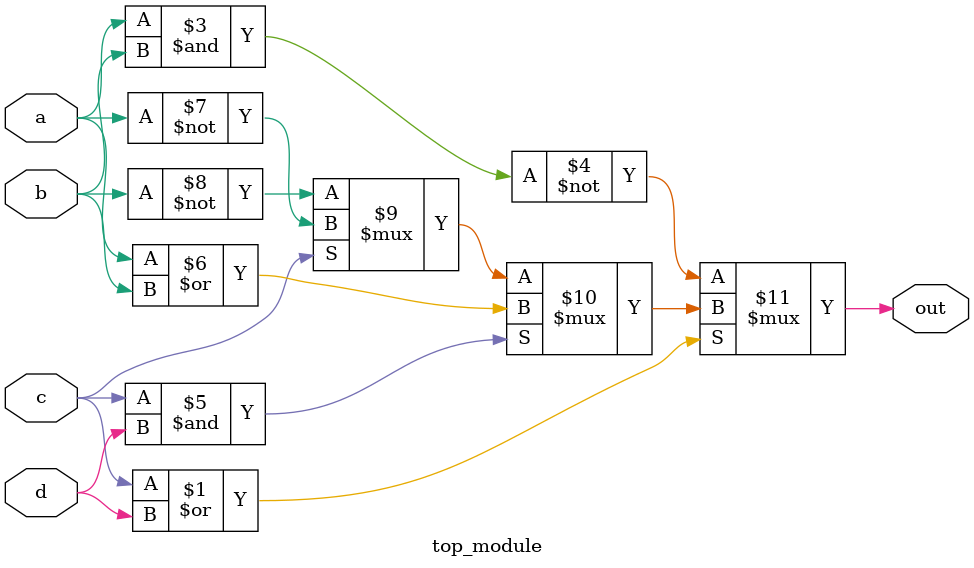
<source format=v>
module top_module(
    input a,
    input b,
    input c,
    input d,
    output out  ); 

    assign out = (~(c|d)) ? (~(a&b)) : ( (c&d) ? (a|b) : (c ? ~a : ~b) );

endmodule

</source>
